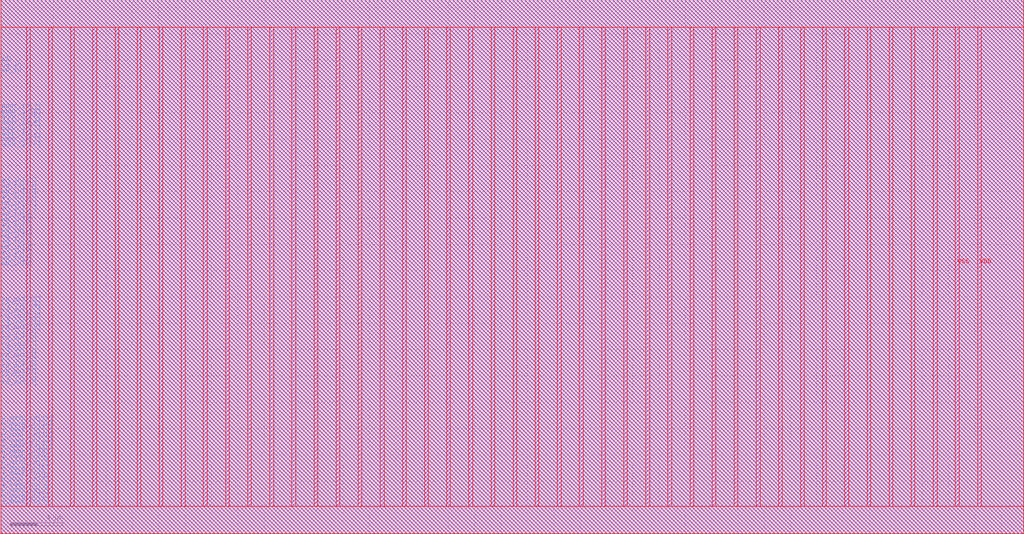
<source format=lef>
VERSION 5.7 ;
BUSBITCHARS "[]" ;
MACRO fakeram45_256x16
  FOREIGN fakeram45_256x16 0 0 ;
  SYMMETRY X Y R90 ;
  SIZE 77.710 BY 40.600 ;
  CLASS BLOCK ;
  PIN w_mask_in[0]
    DIRECTION INPUT ;
    USE SIGNAL ;
    SHAPE ABUTMENT ;
    PORT
      LAYER metal3 ;
      RECT 0.000 2.065 0.070 2.135 ;
    END
  END w_mask_in[0]
  PIN w_mask_in[1]
    DIRECTION INPUT ;
    USE SIGNAL ;
    SHAPE ABUTMENT ;
    PORT
      LAYER metal3 ;
      RECT 0.000 2.485 0.070 2.555 ;
    END
  END w_mask_in[1]
  PIN w_mask_in[2]
    DIRECTION INPUT ;
    USE SIGNAL ;
    SHAPE ABUTMENT ;
    PORT
      LAYER metal3 ;
      RECT 0.000 2.905 0.070 2.975 ;
    END
  END w_mask_in[2]
  PIN w_mask_in[3]
    DIRECTION INPUT ;
    USE SIGNAL ;
    SHAPE ABUTMENT ;
    PORT
      LAYER metal3 ;
      RECT 0.000 3.325 0.070 3.395 ;
    END
  END w_mask_in[3]
  PIN w_mask_in[4]
    DIRECTION INPUT ;
    USE SIGNAL ;
    SHAPE ABUTMENT ;
    PORT
      LAYER metal3 ;
      RECT 0.000 3.745 0.070 3.815 ;
    END
  END w_mask_in[4]
  PIN w_mask_in[5]
    DIRECTION INPUT ;
    USE SIGNAL ;
    SHAPE ABUTMENT ;
    PORT
      LAYER metal3 ;
      RECT 0.000 4.165 0.070 4.235 ;
    END
  END w_mask_in[5]
  PIN w_mask_in[6]
    DIRECTION INPUT ;
    USE SIGNAL ;
    SHAPE ABUTMENT ;
    PORT
      LAYER metal3 ;
      RECT 0.000 4.585 0.070 4.655 ;
    END
  END w_mask_in[6]
  PIN w_mask_in[7]
    DIRECTION INPUT ;
    USE SIGNAL ;
    SHAPE ABUTMENT ;
    PORT
      LAYER metal3 ;
      RECT 0.000 5.005 0.070 5.075 ;
    END
  END w_mask_in[7]
  PIN w_mask_in[8]
    DIRECTION INPUT ;
    USE SIGNAL ;
    SHAPE ABUTMENT ;
    PORT
      LAYER metal3 ;
      RECT 0.000 5.425 0.070 5.495 ;
    END
  END w_mask_in[8]
  PIN w_mask_in[9]
    DIRECTION INPUT ;
    USE SIGNAL ;
    SHAPE ABUTMENT ;
    PORT
      LAYER metal3 ;
      RECT 0.000 5.845 0.070 5.915 ;
    END
  END w_mask_in[9]
  PIN w_mask_in[10]
    DIRECTION INPUT ;
    USE SIGNAL ;
    SHAPE ABUTMENT ;
    PORT
      LAYER metal3 ;
      RECT 0.000 6.265 0.070 6.335 ;
    END
  END w_mask_in[10]
  PIN w_mask_in[11]
    DIRECTION INPUT ;
    USE SIGNAL ;
    SHAPE ABUTMENT ;
    PORT
      LAYER metal3 ;
      RECT 0.000 6.685 0.070 6.755 ;
    END
  END w_mask_in[11]
  PIN w_mask_in[12]
    DIRECTION INPUT ;
    USE SIGNAL ;
    SHAPE ABUTMENT ;
    PORT
      LAYER metal3 ;
      RECT 0.000 7.105 0.070 7.175 ;
    END
  END w_mask_in[12]
  PIN w_mask_in[13]
    DIRECTION INPUT ;
    USE SIGNAL ;
    SHAPE ABUTMENT ;
    PORT
      LAYER metal3 ;
      RECT 0.000 7.525 0.070 7.595 ;
    END
  END w_mask_in[13]
  PIN w_mask_in[14]
    DIRECTION INPUT ;
    USE SIGNAL ;
    SHAPE ABUTMENT ;
    PORT
      LAYER metal3 ;
      RECT 0.000 7.945 0.070 8.015 ;
    END
  END w_mask_in[14]
  PIN w_mask_in[15]
    DIRECTION INPUT ;
    USE SIGNAL ;
    SHAPE ABUTMENT ;
    PORT
      LAYER metal3 ;
      RECT 0.000 8.365 0.070 8.435 ;
    END
  END w_mask_in[15]
  PIN rd_out[0]
    DIRECTION OUTPUT ;
    USE SIGNAL ;
    SHAPE ABUTMENT ;
    PORT
      LAYER metal3 ;
      RECT 0.000 11.095 0.070 11.165 ;
    END
  END rd_out[0]
  PIN rd_out[1]
    DIRECTION OUTPUT ;
    USE SIGNAL ;
    SHAPE ABUTMENT ;
    PORT
      LAYER metal3 ;
      RECT 0.000 11.515 0.070 11.585 ;
    END
  END rd_out[1]
  PIN rd_out[2]
    DIRECTION OUTPUT ;
    USE SIGNAL ;
    SHAPE ABUTMENT ;
    PORT
      LAYER metal3 ;
      RECT 0.000 11.935 0.070 12.005 ;
    END
  END rd_out[2]
  PIN rd_out[3]
    DIRECTION OUTPUT ;
    USE SIGNAL ;
    SHAPE ABUTMENT ;
    PORT
      LAYER metal3 ;
      RECT 0.000 12.355 0.070 12.425 ;
    END
  END rd_out[3]
  PIN rd_out[4]
    DIRECTION OUTPUT ;
    USE SIGNAL ;
    SHAPE ABUTMENT ;
    PORT
      LAYER metal3 ;
      RECT 0.000 12.775 0.070 12.845 ;
    END
  END rd_out[4]
  PIN rd_out[5]
    DIRECTION OUTPUT ;
    USE SIGNAL ;
    SHAPE ABUTMENT ;
    PORT
      LAYER metal3 ;
      RECT 0.000 13.195 0.070 13.265 ;
    END
  END rd_out[5]
  PIN rd_out[6]
    DIRECTION OUTPUT ;
    USE SIGNAL ;
    SHAPE ABUTMENT ;
    PORT
      LAYER metal3 ;
      RECT 0.000 13.615 0.070 13.685 ;
    END
  END rd_out[6]
  PIN rd_out[7]
    DIRECTION OUTPUT ;
    USE SIGNAL ;
    SHAPE ABUTMENT ;
    PORT
      LAYER metal3 ;
      RECT 0.000 14.035 0.070 14.105 ;
    END
  END rd_out[7]
  PIN rd_out[8]
    DIRECTION OUTPUT ;
    USE SIGNAL ;
    SHAPE ABUTMENT ;
    PORT
      LAYER metal3 ;
      RECT 0.000 14.455 0.070 14.525 ;
    END
  END rd_out[8]
  PIN rd_out[9]
    DIRECTION OUTPUT ;
    USE SIGNAL ;
    SHAPE ABUTMENT ;
    PORT
      LAYER metal3 ;
      RECT 0.000 14.875 0.070 14.945 ;
    END
  END rd_out[9]
  PIN rd_out[10]
    DIRECTION OUTPUT ;
    USE SIGNAL ;
    SHAPE ABUTMENT ;
    PORT
      LAYER metal3 ;
      RECT 0.000 15.295 0.070 15.365 ;
    END
  END rd_out[10]
  PIN rd_out[11]
    DIRECTION OUTPUT ;
    USE SIGNAL ;
    SHAPE ABUTMENT ;
    PORT
      LAYER metal3 ;
      RECT 0.000 15.715 0.070 15.785 ;
    END
  END rd_out[11]
  PIN rd_out[12]
    DIRECTION OUTPUT ;
    USE SIGNAL ;
    SHAPE ABUTMENT ;
    PORT
      LAYER metal3 ;
      RECT 0.000 16.135 0.070 16.205 ;
    END
  END rd_out[12]
  PIN rd_out[13]
    DIRECTION OUTPUT ;
    USE SIGNAL ;
    SHAPE ABUTMENT ;
    PORT
      LAYER metal3 ;
      RECT 0.000 16.555 0.070 16.625 ;
    END
  END rd_out[13]
  PIN rd_out[14]
    DIRECTION OUTPUT ;
    USE SIGNAL ;
    SHAPE ABUTMENT ;
    PORT
      LAYER metal3 ;
      RECT 0.000 16.975 0.070 17.045 ;
    END
  END rd_out[14]
  PIN rd_out[15]
    DIRECTION OUTPUT ;
    USE SIGNAL ;
    SHAPE ABUTMENT ;
    PORT
      LAYER metal3 ;
      RECT 0.000 17.395 0.070 17.465 ;
    END
  END rd_out[15]
  PIN wd_in[0]
    DIRECTION INPUT ;
    USE SIGNAL ;
    SHAPE ABUTMENT ;
    PORT
      LAYER metal3 ;
      RECT 0.000 20.125 0.070 20.195 ;
    END
  END wd_in[0]
  PIN wd_in[1]
    DIRECTION INPUT ;
    USE SIGNAL ;
    SHAPE ABUTMENT ;
    PORT
      LAYER metal3 ;
      RECT 0.000 20.545 0.070 20.615 ;
    END
  END wd_in[1]
  PIN wd_in[2]
    DIRECTION INPUT ;
    USE SIGNAL ;
    SHAPE ABUTMENT ;
    PORT
      LAYER metal3 ;
      RECT 0.000 20.965 0.070 21.035 ;
    END
  END wd_in[2]
  PIN wd_in[3]
    DIRECTION INPUT ;
    USE SIGNAL ;
    SHAPE ABUTMENT ;
    PORT
      LAYER metal3 ;
      RECT 0.000 21.385 0.070 21.455 ;
    END
  END wd_in[3]
  PIN wd_in[4]
    DIRECTION INPUT ;
    USE SIGNAL ;
    SHAPE ABUTMENT ;
    PORT
      LAYER metal3 ;
      RECT 0.000 21.805 0.070 21.875 ;
    END
  END wd_in[4]
  PIN wd_in[5]
    DIRECTION INPUT ;
    USE SIGNAL ;
    SHAPE ABUTMENT ;
    PORT
      LAYER metal3 ;
      RECT 0.000 22.225 0.070 22.295 ;
    END
  END wd_in[5]
  PIN wd_in[6]
    DIRECTION INPUT ;
    USE SIGNAL ;
    SHAPE ABUTMENT ;
    PORT
      LAYER metal3 ;
      RECT 0.000 22.645 0.070 22.715 ;
    END
  END wd_in[6]
  PIN wd_in[7]
    DIRECTION INPUT ;
    USE SIGNAL ;
    SHAPE ABUTMENT ;
    PORT
      LAYER metal3 ;
      RECT 0.000 23.065 0.070 23.135 ;
    END
  END wd_in[7]
  PIN wd_in[8]
    DIRECTION INPUT ;
    USE SIGNAL ;
    SHAPE ABUTMENT ;
    PORT
      LAYER metal3 ;
      RECT 0.000 23.485 0.070 23.555 ;
    END
  END wd_in[8]
  PIN wd_in[9]
    DIRECTION INPUT ;
    USE SIGNAL ;
    SHAPE ABUTMENT ;
    PORT
      LAYER metal3 ;
      RECT 0.000 23.905 0.070 23.975 ;
    END
  END wd_in[9]
  PIN wd_in[10]
    DIRECTION INPUT ;
    USE SIGNAL ;
    SHAPE ABUTMENT ;
    PORT
      LAYER metal3 ;
      RECT 0.000 24.325 0.070 24.395 ;
    END
  END wd_in[10]
  PIN wd_in[11]
    DIRECTION INPUT ;
    USE SIGNAL ;
    SHAPE ABUTMENT ;
    PORT
      LAYER metal3 ;
      RECT 0.000 24.745 0.070 24.815 ;
    END
  END wd_in[11]
  PIN wd_in[12]
    DIRECTION INPUT ;
    USE SIGNAL ;
    SHAPE ABUTMENT ;
    PORT
      LAYER metal3 ;
      RECT 0.000 25.165 0.070 25.235 ;
    END
  END wd_in[12]
  PIN wd_in[13]
    DIRECTION INPUT ;
    USE SIGNAL ;
    SHAPE ABUTMENT ;
    PORT
      LAYER metal3 ;
      RECT 0.000 25.585 0.070 25.655 ;
    END
  END wd_in[13]
  PIN wd_in[14]
    DIRECTION INPUT ;
    USE SIGNAL ;
    SHAPE ABUTMENT ;
    PORT
      LAYER metal3 ;
      RECT 0.000 26.005 0.070 26.075 ;
    END
  END wd_in[14]
  PIN wd_in[15]
    DIRECTION INPUT ;
    USE SIGNAL ;
    SHAPE ABUTMENT ;
    PORT
      LAYER metal3 ;
      RECT 0.000 26.425 0.070 26.495 ;
    END
  END wd_in[15]
  PIN addr_in[0]
    DIRECTION INPUT ;
    USE SIGNAL ;
    SHAPE ABUTMENT ;
    PORT
      LAYER metal3 ;
      RECT 0.000 29.155 0.070 29.225 ;
    END
  END addr_in[0]
  PIN addr_in[1]
    DIRECTION INPUT ;
    USE SIGNAL ;
    SHAPE ABUTMENT ;
    PORT
      LAYER metal3 ;
      RECT 0.000 29.575 0.070 29.645 ;
    END
  END addr_in[1]
  PIN addr_in[2]
    DIRECTION INPUT ;
    USE SIGNAL ;
    SHAPE ABUTMENT ;
    PORT
      LAYER metal3 ;
      RECT 0.000 29.995 0.070 30.065 ;
    END
  END addr_in[2]
  PIN addr_in[3]
    DIRECTION INPUT ;
    USE SIGNAL ;
    SHAPE ABUTMENT ;
    PORT
      LAYER metal3 ;
      RECT 0.000 30.415 0.070 30.485 ;
    END
  END addr_in[3]
  PIN addr_in[4]
    DIRECTION INPUT ;
    USE SIGNAL ;
    SHAPE ABUTMENT ;
    PORT
      LAYER metal3 ;
      RECT 0.000 30.835 0.070 30.905 ;
    END
  END addr_in[4]
  PIN addr_in[5]
    DIRECTION INPUT ;
    USE SIGNAL ;
    SHAPE ABUTMENT ;
    PORT
      LAYER metal3 ;
      RECT 0.000 31.255 0.070 31.325 ;
    END
  END addr_in[5]
  PIN addr_in[6]
    DIRECTION INPUT ;
    USE SIGNAL ;
    SHAPE ABUTMENT ;
    PORT
      LAYER metal3 ;
      RECT 0.000 31.675 0.070 31.745 ;
    END
  END addr_in[6]
  PIN addr_in[7]
    DIRECTION INPUT ;
    USE SIGNAL ;
    SHAPE ABUTMENT ;
    PORT
      LAYER metal3 ;
      RECT 0.000 32.095 0.070 32.165 ;
    END
  END addr_in[7]
  PIN we_in
    DIRECTION INPUT ;
    USE SIGNAL ;
    SHAPE ABUTMENT ;
    PORT
      LAYER metal3 ;
      RECT 0.000 34.825 0.070 34.895 ;
    END
  END we_in
  PIN ce_in
    DIRECTION INPUT ;
    USE SIGNAL ;
    SHAPE ABUTMENT ;
    PORT
      LAYER metal3 ;
      RECT 0.000 35.245 0.070 35.315 ;
    END
  END ce_in
  PIN clk
    DIRECTION INPUT ;
    USE SIGNAL ;
    SHAPE ABUTMENT ;
    PORT
      LAYER metal3 ;
      RECT 0.000 35.665 0.070 35.735 ;
    END
  END clk
  PIN VSS
    DIRECTION INOUT ;
    USE GROUND ;
    PORT
      LAYER metal4 ;
      RECT 1.960 2.100 2.240 38.500 ;
      RECT 5.320 2.100 5.600 38.500 ;
      RECT 8.680 2.100 8.960 38.500 ;
      RECT 12.040 2.100 12.320 38.500 ;
      RECT 15.400 2.100 15.680 38.500 ;
      RECT 18.760 2.100 19.040 38.500 ;
      RECT 22.120 2.100 22.400 38.500 ;
      RECT 25.480 2.100 25.760 38.500 ;
      RECT 28.840 2.100 29.120 38.500 ;
      RECT 32.200 2.100 32.480 38.500 ;
      RECT 35.560 2.100 35.840 38.500 ;
      RECT 38.920 2.100 39.200 38.500 ;
      RECT 42.280 2.100 42.560 38.500 ;
      RECT 45.640 2.100 45.920 38.500 ;
      RECT 49.000 2.100 49.280 38.500 ;
      RECT 52.360 2.100 52.640 38.500 ;
      RECT 55.720 2.100 56.000 38.500 ;
      RECT 59.080 2.100 59.360 38.500 ;
      RECT 62.440 2.100 62.720 38.500 ;
      RECT 65.800 2.100 66.080 38.500 ;
      RECT 69.160 2.100 69.440 38.500 ;
      RECT 72.520 2.100 72.800 38.500 ;
    END
  END VSS
  PIN VDD
    DIRECTION INOUT ;
    USE POWER ;
    PORT
      LAYER metal4 ;
      RECT 3.640 2.100 3.920 38.500 ;
      RECT 7.000 2.100 7.280 38.500 ;
      RECT 10.360 2.100 10.640 38.500 ;
      RECT 13.720 2.100 14.000 38.500 ;
      RECT 17.080 2.100 17.360 38.500 ;
      RECT 20.440 2.100 20.720 38.500 ;
      RECT 23.800 2.100 24.080 38.500 ;
      RECT 27.160 2.100 27.440 38.500 ;
      RECT 30.520 2.100 30.800 38.500 ;
      RECT 33.880 2.100 34.160 38.500 ;
      RECT 37.240 2.100 37.520 38.500 ;
      RECT 40.600 2.100 40.880 38.500 ;
      RECT 43.960 2.100 44.240 38.500 ;
      RECT 47.320 2.100 47.600 38.500 ;
      RECT 50.680 2.100 50.960 38.500 ;
      RECT 54.040 2.100 54.320 38.500 ;
      RECT 57.400 2.100 57.680 38.500 ;
      RECT 60.760 2.100 61.040 38.500 ;
      RECT 64.120 2.100 64.400 38.500 ;
      RECT 67.480 2.100 67.760 38.500 ;
      RECT 70.840 2.100 71.120 38.500 ;
      RECT 74.200 2.100 74.480 38.500 ;
    END
  END VDD
  OBS
    LAYER metal1 ;
    RECT 0 0 77.710 40.600 ;
    LAYER metal2 ;
    RECT 0 0 77.710 40.600 ;
    LAYER metal3 ;
    RECT 0.070 0 77.710 40.600 ;
    RECT 0 0.000 0.070 2.065 ;
    RECT 0 2.135 0.070 2.485 ;
    RECT 0 2.555 0.070 2.905 ;
    RECT 0 2.975 0.070 3.325 ;
    RECT 0 3.395 0.070 3.745 ;
    RECT 0 3.815 0.070 4.165 ;
    RECT 0 4.235 0.070 4.585 ;
    RECT 0 4.655 0.070 5.005 ;
    RECT 0 5.075 0.070 5.425 ;
    RECT 0 5.495 0.070 5.845 ;
    RECT 0 5.915 0.070 6.265 ;
    RECT 0 6.335 0.070 6.685 ;
    RECT 0 6.755 0.070 7.105 ;
    RECT 0 7.175 0.070 7.525 ;
    RECT 0 7.595 0.070 7.945 ;
    RECT 0 8.015 0.070 8.365 ;
    RECT 0 8.435 0.070 11.095 ;
    RECT 0 11.165 0.070 11.515 ;
    RECT 0 11.585 0.070 11.935 ;
    RECT 0 12.005 0.070 12.355 ;
    RECT 0 12.425 0.070 12.775 ;
    RECT 0 12.845 0.070 13.195 ;
    RECT 0 13.265 0.070 13.615 ;
    RECT 0 13.685 0.070 14.035 ;
    RECT 0 14.105 0.070 14.455 ;
    RECT 0 14.525 0.070 14.875 ;
    RECT 0 14.945 0.070 15.295 ;
    RECT 0 15.365 0.070 15.715 ;
    RECT 0 15.785 0.070 16.135 ;
    RECT 0 16.205 0.070 16.555 ;
    RECT 0 16.625 0.070 16.975 ;
    RECT 0 17.045 0.070 17.395 ;
    RECT 0 17.465 0.070 20.125 ;
    RECT 0 20.195 0.070 20.545 ;
    RECT 0 20.615 0.070 20.965 ;
    RECT 0 21.035 0.070 21.385 ;
    RECT 0 21.455 0.070 21.805 ;
    RECT 0 21.875 0.070 22.225 ;
    RECT 0 22.295 0.070 22.645 ;
    RECT 0 22.715 0.070 23.065 ;
    RECT 0 23.135 0.070 23.485 ;
    RECT 0 23.555 0.070 23.905 ;
    RECT 0 23.975 0.070 24.325 ;
    RECT 0 24.395 0.070 24.745 ;
    RECT 0 24.815 0.070 25.165 ;
    RECT 0 25.235 0.070 25.585 ;
    RECT 0 25.655 0.070 26.005 ;
    RECT 0 26.075 0.070 26.425 ;
    RECT 0 26.495 0.070 29.155 ;
    RECT 0 29.225 0.070 29.575 ;
    RECT 0 29.645 0.070 29.995 ;
    RECT 0 30.065 0.070 30.415 ;
    RECT 0 30.485 0.070 30.835 ;
    RECT 0 30.905 0.070 31.255 ;
    RECT 0 31.325 0.070 31.675 ;
    RECT 0 31.745 0.070 32.095 ;
    RECT 0 32.165 0.070 34.825 ;
    RECT 0 34.895 0.070 35.245 ;
    RECT 0 35.315 0.070 35.665 ;
    RECT 0 35.735 0.070 40.600 ;
    LAYER metal4 ;
    RECT 0 0 77.710 2.100 ;
    RECT 0 38.500 77.710 40.600 ;
    RECT 0.000 2.100 1.960 38.500 ;
    RECT 2.240 2.100 3.640 38.500 ;
    RECT 3.920 2.100 5.320 38.500 ;
    RECT 5.600 2.100 7.000 38.500 ;
    RECT 7.280 2.100 8.680 38.500 ;
    RECT 8.960 2.100 10.360 38.500 ;
    RECT 10.640 2.100 12.040 38.500 ;
    RECT 12.320 2.100 13.720 38.500 ;
    RECT 14.000 2.100 15.400 38.500 ;
    RECT 15.680 2.100 17.080 38.500 ;
    RECT 17.360 2.100 18.760 38.500 ;
    RECT 19.040 2.100 20.440 38.500 ;
    RECT 20.720 2.100 22.120 38.500 ;
    RECT 22.400 2.100 23.800 38.500 ;
    RECT 24.080 2.100 25.480 38.500 ;
    RECT 25.760 2.100 27.160 38.500 ;
    RECT 27.440 2.100 28.840 38.500 ;
    RECT 29.120 2.100 30.520 38.500 ;
    RECT 30.800 2.100 32.200 38.500 ;
    RECT 32.480 2.100 33.880 38.500 ;
    RECT 34.160 2.100 35.560 38.500 ;
    RECT 35.840 2.100 37.240 38.500 ;
    RECT 37.520 2.100 38.920 38.500 ;
    RECT 39.200 2.100 40.600 38.500 ;
    RECT 40.880 2.100 42.280 38.500 ;
    RECT 42.560 2.100 43.960 38.500 ;
    RECT 44.240 2.100 45.640 38.500 ;
    RECT 45.920 2.100 47.320 38.500 ;
    RECT 47.600 2.100 49.000 38.500 ;
    RECT 49.280 2.100 50.680 38.500 ;
    RECT 50.960 2.100 52.360 38.500 ;
    RECT 52.640 2.100 54.040 38.500 ;
    RECT 54.320 2.100 55.720 38.500 ;
    RECT 56.000 2.100 57.400 38.500 ;
    RECT 57.680 2.100 59.080 38.500 ;
    RECT 59.360 2.100 60.760 38.500 ;
    RECT 61.040 2.100 62.440 38.500 ;
    RECT 62.720 2.100 64.120 38.500 ;
    RECT 64.400 2.100 65.800 38.500 ;
    RECT 66.080 2.100 67.480 38.500 ;
    RECT 67.760 2.100 69.160 38.500 ;
    RECT 69.440 2.100 70.840 38.500 ;
    RECT 71.120 2.100 72.520 38.500 ;
    RECT 72.800 2.100 74.200 38.500 ;
    RECT 74.480 2.100 77.710 38.500 ;
    LAYER OVERLAP ;
    RECT 0 0 77.710 40.600 ;
  END
END fakeram45_256x16

END LIBRARY

</source>
